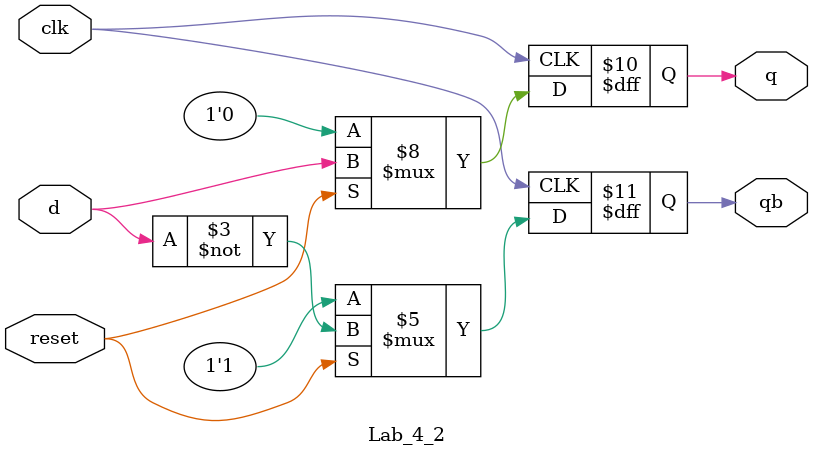
<source format=v>
`timescale 1ns / 1ps


module Lab_4_2(
    input clk,
    input reset,
    input d,
    output reg q,
    output reg qb
    );
   always@(posedge clk)
       begin 
            //If the reset signal is active low, the output Q=0,~Q=1 is forcibly set;
            if(!reset) 
                begin 
                    q<=0; 
                    qb<=1; 
                end 
            //If the reset signal is high, the synchronous reset D flip-flop is identical to the function implemented by the basic D flip-flop.
            else 
                begin
                    q<=d; 
                    qb<=~d; 
                end 
       end  
endmodule

</source>
